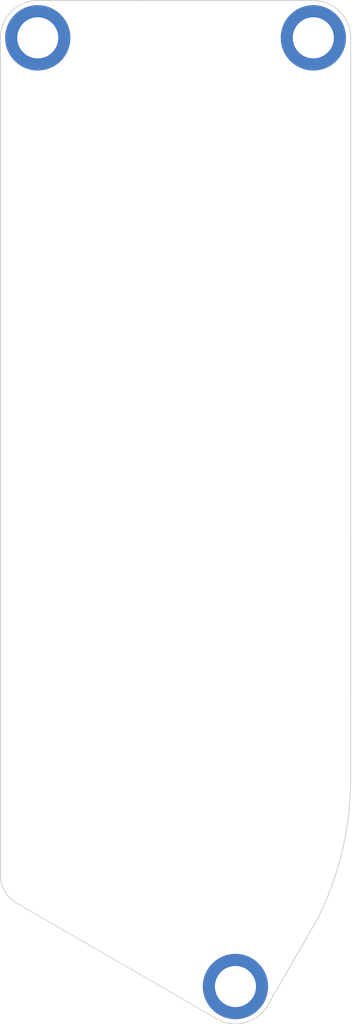
<source format=kicad_pcb>
(kicad_pcb (version 20211014) (generator pcbnew)
  (title_block (title "Howarya?") (date "2022-08-05") (rev "0.2.2") (company "jmnw"))
  (layers (0 "F.Cu" signal) (31 "B.Cu" signal) (34 "B.Paste" user) (35 "F.Paste" user) (36 "B.SilkS" user "B.Silkscreen") (37 "F.SilkS" user "F.Silkscreen") (38 "B.Mask" user) (39 "F.Mask" user) (44 "Edge.Cuts" user))
  (net 0 "")
  (footprint "swoop:M2_hole_3.5mm" (layer "F.Cu") (at 174.287202 87.982996)
    (fp_text reference "Ref**" hide)
    (fp_text value "Val**" hide)
    (pad "" thru_hole circle (at 0 0) (size 3.5 3.5) (drill 2.2) (layers *.Cu *.Mask))
  )
  (footprint "swoop:M2_hole_3.5mm" (layer "F.Cu") (at 159.505877 87.983451)
    (fp_text reference "Ref**" hide)
    (fp_text value "Val**" hide)
    (pad "" thru_hole circle (at 0 0) (size 3.5 3.5) (drill 2.2) (layers *.Cu *.Mask))
  )
  (footprint "swoop:M2_hole_3.5mm" (layer "F.Cu") (at 170.10976 138.764741)
    (fp_text reference "Ref**" hide)
    (fp_text value "Val**" hide)
    (pad "" thru_hole circle (at 0 0) (size 3.5 3.5) (drill 2.2) (layers *.Cu *.Mask))
  )
  (gr_line (start 176.287135 87.982959) (end 176.28682 127.767725) (layer "Edge.Cuts") (width 0.05))
  (gr_arc (start 157.505686 87.98326) (mid 158.091544 86.569025) (end 159.505823 85.983273) (layer "Edge.Cuts") (width 0.05))
  (gr_line (start 159.505823 85.983273) (end 174.287148 85.982823) (layer "Edge.Cuts") (width 0.05))
  (gr_line (start 169.110215 140.496502) (end 158.371881 134.295031) (layer "Edge.Cuts") (width 0.05))
  (gr_arc (start 171.842378 139.764532) (mid 170.627893 140.696366) (end 169.110215 140.496502) (layer "Edge.Cuts") (width 0.05))
  (gr_arc (start 174.287148 85.982823) (mid 175.701399 86.568664) (end 176.287135 87.982959) (layer "Edge.Cuts") (width 0.05))
  (gr_arc (start 176.28682 127.767725) (mid 175.829733 131.529076) (end 174.540128 135.091885) (layer "Edge.Cuts") (width 0.05))
  (gr_arc (start 158.371881 134.295031) (mid 157.737796 133.661165) (end 157.505595 132.795179) (layer "Edge.Cuts") (width 0.05))
  (gr_line (start 171.842378 139.764532) (end 174.540128 135.091885) (layer "Edge.Cuts") (width 0.05))
  (gr_line (start 157.505686 87.98326) (end 157.505595 132.795179) (layer "Edge.Cuts") (width 0.05))
)
</source>
